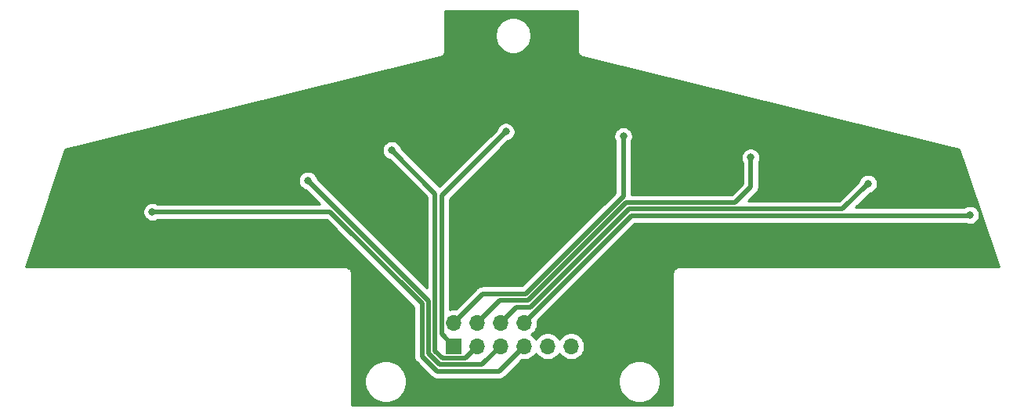
<source format=gbr>
%TF.GenerationSoftware,KiCad,Pcbnew,(5.1.9)-1*%
%TF.CreationDate,2021-05-13T01:41:10+02:00*%
%TF.ProjectId,CzujnikOdb,437a756a-6e69-46b4-9f64-622e6b696361,rev?*%
%TF.SameCoordinates,Original*%
%TF.FileFunction,Copper,L1,Top*%
%TF.FilePolarity,Positive*%
%FSLAX46Y46*%
G04 Gerber Fmt 4.6, Leading zero omitted, Abs format (unit mm)*
G04 Created by KiCad (PCBNEW (5.1.9)-1) date 2021-05-13 01:41:10*
%MOMM*%
%LPD*%
G01*
G04 APERTURE LIST*
%TA.AperFunction,ComponentPad*%
%ADD10R,1.700000X1.700000*%
%TD*%
%TA.AperFunction,ComponentPad*%
%ADD11O,1.700000X1.700000*%
%TD*%
%TA.AperFunction,ViaPad*%
%ADD12C,0.800000*%
%TD*%
%TA.AperFunction,Conductor*%
%ADD13C,0.500000*%
%TD*%
%TA.AperFunction,Conductor*%
%ADD14C,0.254000*%
%TD*%
%TA.AperFunction,Conductor*%
%ADD15C,0.100000*%
%TD*%
G04 APERTURE END LIST*
D10*
%TO.P,J1,1*%
%TO.N,Out4*%
X117120000Y-126190000D03*
D11*
%TO.P,J1,2*%
%TO.N,Out5*%
X117120000Y-123650000D03*
%TO.P,J1,3*%
%TO.N,Out3*%
X119660000Y-126190000D03*
%TO.P,J1,4*%
%TO.N,Out6*%
X119660000Y-123650000D03*
%TO.P,J1,5*%
%TO.N,Out2*%
X122200000Y-126190000D03*
%TO.P,J1,6*%
%TO.N,Out7*%
X122200000Y-123650000D03*
%TO.P,J1,7*%
%TO.N,Out1*%
X124740000Y-126190000D03*
%TO.P,J1,8*%
%TO.N,Out8*%
X124740000Y-123650000D03*
%TO.P,J1,9*%
%TO.N,+3V3*%
X127280000Y-126190000D03*
%TO.P,J1,10*%
%TO.N,GND*%
X127280000Y-123650000D03*
%TO.P,J1,11*%
%TO.N,+3V3*%
X129820000Y-126190000D03*
%TO.P,J1,12*%
%TO.N,GND*%
X129820000Y-123650000D03*
%TD*%
D12*
%TO.N,Out1*%
X84560000Y-111640000D03*
%TO.N,Out2*%
X101370000Y-108240000D03*
%TO.N,Out3*%
X110420000Y-104970000D03*
%TO.N,Out4*%
X122760000Y-102960000D03*
%TO.N,Out5*%
X135470000Y-103440000D03*
%TO.N,Out6*%
X149220000Y-105750000D03*
%TO.N,Out7*%
X161900000Y-108590000D03*
%TO.N,Out8*%
X172910000Y-111970000D03*
%TD*%
D13*
%TO.N,Out1*%
X122039979Y-128890021D02*
X115330093Y-128890021D01*
X115330093Y-128890021D02*
X113719969Y-127279897D01*
X124740000Y-126190000D02*
X122039979Y-128890021D01*
X113719969Y-127279897D02*
X113719969Y-121579931D01*
X103780038Y-111640000D02*
X84560000Y-111640000D01*
X113719969Y-121579931D02*
X103780038Y-111640000D01*
%TO.N,Out2*%
X115620046Y-128190011D02*
X114419979Y-126989944D01*
X120199989Y-128190011D02*
X115620046Y-128190011D01*
X122200000Y-126190000D02*
X120199989Y-128190011D01*
X114419979Y-126989944D02*
X114419979Y-121289979D01*
X114419979Y-121289979D02*
X101370000Y-108240000D01*
%TO.N,Out3*%
X115909999Y-127490001D02*
X115119989Y-126699991D01*
X118359999Y-127490001D02*
X115909999Y-127490001D01*
X119660000Y-126190000D02*
X118359999Y-127490001D01*
X115119989Y-109669989D02*
X110420000Y-104970000D01*
X115119989Y-126699991D02*
X115119989Y-109669989D01*
%TO.N,Out4*%
X115819999Y-109900001D02*
X122760000Y-102960000D01*
X115819999Y-124889999D02*
X115819999Y-109900001D01*
X117120000Y-126190000D02*
X115819999Y-124889999D01*
%TO.N,Out5*%
X117120000Y-123650000D02*
X120249967Y-120520033D01*
X120249967Y-120520033D02*
X121800004Y-120520033D01*
X121800004Y-120520033D02*
X124900079Y-120520033D01*
X124900079Y-120520033D02*
X135480141Y-109939970D01*
X135480141Y-103450141D02*
X135470000Y-103440000D01*
X135480141Y-109939970D02*
X135480141Y-103450141D01*
%TO.N,Out6*%
X119660000Y-123650000D02*
X122089957Y-121220043D01*
X125150043Y-121220043D02*
X125170000Y-121240000D01*
X122089957Y-121220043D02*
X125150043Y-121220043D01*
X125170075Y-121240000D02*
X135770094Y-110639980D01*
X125170000Y-121240000D02*
X125170075Y-121240000D01*
X135770094Y-110639980D02*
X147410000Y-110639980D01*
X147410000Y-110639980D02*
X147520020Y-110639980D01*
X149220000Y-108940000D02*
X149220000Y-105750000D01*
X147520020Y-110639980D02*
X149220000Y-108940000D01*
%TO.N,Out7*%
X122200000Y-123650000D02*
X123909981Y-121940019D01*
X123909981Y-121940019D02*
X125460019Y-121940019D01*
X125460019Y-121940019D02*
X136060047Y-111339990D01*
X159150010Y-111339990D02*
X161900000Y-108590000D01*
X136060047Y-111339990D02*
X159150010Y-111339990D01*
%TO.N,Out8*%
X124740000Y-123650000D02*
X136350000Y-112040000D01*
X172840000Y-112040000D02*
X172910000Y-111970000D01*
X136350000Y-112040000D02*
X172840000Y-112040000D01*
%TD*%
D14*
%TO.N,GND*%
X130510000Y-94162594D02*
X130507486Y-94180002D01*
X130510000Y-94227455D01*
X130510000Y-94242418D01*
X130511716Y-94259837D01*
X130514364Y-94309827D01*
X130518075Y-94324404D01*
X130519550Y-94339382D01*
X130534087Y-94387302D01*
X130546437Y-94435817D01*
X130552922Y-94449394D01*
X130557290Y-94463792D01*
X130580896Y-94507956D01*
X130602474Y-94553129D01*
X130611481Y-94565176D01*
X130618575Y-94578449D01*
X130650342Y-94617158D01*
X130680320Y-94657256D01*
X130691507Y-94667317D01*
X130701052Y-94678948D01*
X130739763Y-94710718D01*
X130776984Y-94744193D01*
X130789915Y-94751876D01*
X130801550Y-94761425D01*
X130845717Y-94785033D01*
X130888752Y-94810603D01*
X130902937Y-94815617D01*
X130916207Y-94822710D01*
X130964134Y-94837249D01*
X130980614Y-94843074D01*
X130995121Y-94846649D01*
X131040617Y-94860450D01*
X131058130Y-94862175D01*
X171769799Y-104894022D01*
X176032215Y-117590000D01*
X141482419Y-117590000D01*
X141450000Y-117586807D01*
X141417581Y-117590000D01*
X141320617Y-117599550D01*
X141196207Y-117637290D01*
X141081550Y-117698575D01*
X140981052Y-117781052D01*
X140898575Y-117881550D01*
X140837290Y-117996207D01*
X140799550Y-118120617D01*
X140786807Y-118250000D01*
X140790000Y-118282419D01*
X140790001Y-132540000D01*
X106110000Y-132540000D01*
X106110000Y-129774561D01*
X107511075Y-129774561D01*
X107511075Y-130225439D01*
X107599037Y-130667655D01*
X107771581Y-131084212D01*
X108022076Y-131459105D01*
X108340895Y-131777924D01*
X108715788Y-132028419D01*
X109132345Y-132200963D01*
X109574561Y-132288925D01*
X110025439Y-132288925D01*
X110467655Y-132200963D01*
X110884212Y-132028419D01*
X111259105Y-131777924D01*
X111577924Y-131459105D01*
X111828419Y-131084212D01*
X112000963Y-130667655D01*
X112088925Y-130225439D01*
X112088925Y-129774561D01*
X112000963Y-129332345D01*
X111828419Y-128915788D01*
X111577924Y-128540895D01*
X111259105Y-128222076D01*
X110884212Y-127971581D01*
X110467655Y-127799037D01*
X110025439Y-127711075D01*
X109574561Y-127711075D01*
X109132345Y-127799037D01*
X108715788Y-127971581D01*
X108340895Y-128222076D01*
X108022076Y-128540895D01*
X107771581Y-128915788D01*
X107599037Y-129332345D01*
X107511075Y-129774561D01*
X106110000Y-129774561D01*
X106110000Y-118282419D01*
X106113193Y-118250000D01*
X106100450Y-118120617D01*
X106062710Y-117996207D01*
X106001425Y-117881550D01*
X105918948Y-117781052D01*
X105818450Y-117698575D01*
X105703793Y-117637290D01*
X105579383Y-117599550D01*
X105482419Y-117590000D01*
X105450000Y-117586807D01*
X105417581Y-117590000D01*
X70867784Y-117590000D01*
X72899599Y-111538061D01*
X83525000Y-111538061D01*
X83525000Y-111741939D01*
X83564774Y-111941898D01*
X83642795Y-112130256D01*
X83756063Y-112299774D01*
X83900226Y-112443937D01*
X84069744Y-112557205D01*
X84258102Y-112635226D01*
X84458061Y-112675000D01*
X84661939Y-112675000D01*
X84861898Y-112635226D01*
X85050256Y-112557205D01*
X85098454Y-112525000D01*
X103413460Y-112525000D01*
X112834970Y-121946511D01*
X112834969Y-127236428D01*
X112830688Y-127279897D01*
X112834969Y-127323366D01*
X112834969Y-127323373D01*
X112847774Y-127453386D01*
X112898380Y-127620209D01*
X112980558Y-127773955D01*
X113091152Y-127908714D01*
X113124925Y-127936431D01*
X114673563Y-129485070D01*
X114701276Y-129518838D01*
X114735044Y-129546551D01*
X114735046Y-129546553D01*
X114736150Y-129547459D01*
X114836034Y-129629432D01*
X114989780Y-129711610D01*
X115156603Y-129762216D01*
X115286616Y-129775021D01*
X115286626Y-129775021D01*
X115330092Y-129779302D01*
X115373558Y-129775021D01*
X121996510Y-129775021D01*
X122039979Y-129779302D01*
X122083448Y-129775021D01*
X122083456Y-129775021D01*
X122088126Y-129774561D01*
X134911075Y-129774561D01*
X134911075Y-130225439D01*
X134999037Y-130667655D01*
X135171581Y-131084212D01*
X135422076Y-131459105D01*
X135740895Y-131777924D01*
X136115788Y-132028419D01*
X136532345Y-132200963D01*
X136974561Y-132288925D01*
X137425439Y-132288925D01*
X137867655Y-132200963D01*
X138284212Y-132028419D01*
X138659105Y-131777924D01*
X138977924Y-131459105D01*
X139228419Y-131084212D01*
X139400963Y-130667655D01*
X139488925Y-130225439D01*
X139488925Y-129774561D01*
X139400963Y-129332345D01*
X139228419Y-128915788D01*
X138977924Y-128540895D01*
X138659105Y-128222076D01*
X138284212Y-127971581D01*
X137867655Y-127799037D01*
X137425439Y-127711075D01*
X136974561Y-127711075D01*
X136532345Y-127799037D01*
X136115788Y-127971581D01*
X135740895Y-128222076D01*
X135422076Y-128540895D01*
X135171581Y-128915788D01*
X134999037Y-129332345D01*
X134911075Y-129774561D01*
X122088126Y-129774561D01*
X122213469Y-129762216D01*
X122380292Y-129711610D01*
X122534038Y-129629432D01*
X122668796Y-129518838D01*
X122696513Y-129485065D01*
X124521040Y-127660539D01*
X124593740Y-127675000D01*
X124886260Y-127675000D01*
X125173158Y-127617932D01*
X125443411Y-127505990D01*
X125686632Y-127343475D01*
X125893475Y-127136632D01*
X126010000Y-126962240D01*
X126126525Y-127136632D01*
X126333368Y-127343475D01*
X126576589Y-127505990D01*
X126846842Y-127617932D01*
X127133740Y-127675000D01*
X127426260Y-127675000D01*
X127713158Y-127617932D01*
X127983411Y-127505990D01*
X128226632Y-127343475D01*
X128433475Y-127136632D01*
X128550000Y-126962240D01*
X128666525Y-127136632D01*
X128873368Y-127343475D01*
X129116589Y-127505990D01*
X129386842Y-127617932D01*
X129673740Y-127675000D01*
X129966260Y-127675000D01*
X130253158Y-127617932D01*
X130523411Y-127505990D01*
X130766632Y-127343475D01*
X130973475Y-127136632D01*
X131135990Y-126893411D01*
X131247932Y-126623158D01*
X131305000Y-126336260D01*
X131305000Y-126043740D01*
X131247932Y-125756842D01*
X131135990Y-125486589D01*
X130973475Y-125243368D01*
X130766632Y-125036525D01*
X130523411Y-124874010D01*
X130253158Y-124762068D01*
X129966260Y-124705000D01*
X129673740Y-124705000D01*
X129386842Y-124762068D01*
X129116589Y-124874010D01*
X128873368Y-125036525D01*
X128666525Y-125243368D01*
X128550000Y-125417760D01*
X128433475Y-125243368D01*
X128226632Y-125036525D01*
X127983411Y-124874010D01*
X127713158Y-124762068D01*
X127426260Y-124705000D01*
X127133740Y-124705000D01*
X126846842Y-124762068D01*
X126576589Y-124874010D01*
X126333368Y-125036525D01*
X126126525Y-125243368D01*
X126010000Y-125417760D01*
X125893475Y-125243368D01*
X125686632Y-125036525D01*
X125512240Y-124920000D01*
X125686632Y-124803475D01*
X125893475Y-124596632D01*
X126055990Y-124353411D01*
X126167932Y-124083158D01*
X126225000Y-123796260D01*
X126225000Y-123503740D01*
X126210539Y-123431039D01*
X136716579Y-112925000D01*
X172510989Y-112925000D01*
X172608102Y-112965226D01*
X172808061Y-113005000D01*
X173011939Y-113005000D01*
X173211898Y-112965226D01*
X173400256Y-112887205D01*
X173569774Y-112773937D01*
X173713937Y-112629774D01*
X173827205Y-112460256D01*
X173905226Y-112271898D01*
X173945000Y-112071939D01*
X173945000Y-111868061D01*
X173905226Y-111668102D01*
X173827205Y-111479744D01*
X173713937Y-111310226D01*
X173569774Y-111166063D01*
X173400256Y-111052795D01*
X173211898Y-110974774D01*
X173011939Y-110935000D01*
X172808061Y-110935000D01*
X172608102Y-110974774D01*
X172419744Y-111052795D01*
X172266783Y-111155000D01*
X160586578Y-111155000D01*
X162145044Y-109596535D01*
X162201898Y-109585226D01*
X162390256Y-109507205D01*
X162559774Y-109393937D01*
X162703937Y-109249774D01*
X162817205Y-109080256D01*
X162895226Y-108891898D01*
X162935000Y-108691939D01*
X162935000Y-108488061D01*
X162895226Y-108288102D01*
X162817205Y-108099744D01*
X162703937Y-107930226D01*
X162559774Y-107786063D01*
X162390256Y-107672795D01*
X162201898Y-107594774D01*
X162001939Y-107555000D01*
X161798061Y-107555000D01*
X161598102Y-107594774D01*
X161409744Y-107672795D01*
X161240226Y-107786063D01*
X161096063Y-107930226D01*
X160982795Y-108099744D01*
X160904774Y-108288102D01*
X160893465Y-108344956D01*
X158783432Y-110454990D01*
X148956588Y-110454990D01*
X149815050Y-109596529D01*
X149848817Y-109568817D01*
X149908168Y-109496499D01*
X149959411Y-109434059D01*
X150015204Y-109329676D01*
X150041589Y-109280313D01*
X150092195Y-109113490D01*
X150105000Y-108983477D01*
X150105000Y-108983469D01*
X150109281Y-108940000D01*
X150105000Y-108896531D01*
X150105000Y-106288454D01*
X150137205Y-106240256D01*
X150215226Y-106051898D01*
X150255000Y-105851939D01*
X150255000Y-105648061D01*
X150215226Y-105448102D01*
X150137205Y-105259744D01*
X150023937Y-105090226D01*
X149879774Y-104946063D01*
X149710256Y-104832795D01*
X149521898Y-104754774D01*
X149321939Y-104715000D01*
X149118061Y-104715000D01*
X148918102Y-104754774D01*
X148729744Y-104832795D01*
X148560226Y-104946063D01*
X148416063Y-105090226D01*
X148302795Y-105259744D01*
X148224774Y-105448102D01*
X148185000Y-105648061D01*
X148185000Y-105851939D01*
X148224774Y-106051898D01*
X148302795Y-106240256D01*
X148335001Y-106288456D01*
X148335000Y-108573421D01*
X147153442Y-109754980D01*
X136365141Y-109754980D01*
X136365141Y-103963277D01*
X136387205Y-103930256D01*
X136465226Y-103741898D01*
X136505000Y-103541939D01*
X136505000Y-103338061D01*
X136465226Y-103138102D01*
X136387205Y-102949744D01*
X136273937Y-102780226D01*
X136129774Y-102636063D01*
X135960256Y-102522795D01*
X135771898Y-102444774D01*
X135571939Y-102405000D01*
X135368061Y-102405000D01*
X135168102Y-102444774D01*
X134979744Y-102522795D01*
X134810226Y-102636063D01*
X134666063Y-102780226D01*
X134552795Y-102949744D01*
X134474774Y-103138102D01*
X134435000Y-103338061D01*
X134435000Y-103541939D01*
X134474774Y-103741898D01*
X134552795Y-103930256D01*
X134595142Y-103993633D01*
X134595141Y-109573391D01*
X124533501Y-119635033D01*
X120293436Y-119635033D01*
X120249967Y-119630752D01*
X120206498Y-119635033D01*
X120206490Y-119635033D01*
X120076477Y-119647838D01*
X119909654Y-119698444D01*
X119755908Y-119780622D01*
X119654920Y-119863501D01*
X119654918Y-119863503D01*
X119621150Y-119891216D01*
X119593437Y-119924984D01*
X117338961Y-122179461D01*
X117266260Y-122165000D01*
X116973740Y-122165000D01*
X116704999Y-122218456D01*
X116704999Y-110266579D01*
X123005044Y-103966535D01*
X123061898Y-103955226D01*
X123250256Y-103877205D01*
X123419774Y-103763937D01*
X123563937Y-103619774D01*
X123677205Y-103450256D01*
X123755226Y-103261898D01*
X123795000Y-103061939D01*
X123795000Y-102858061D01*
X123755226Y-102658102D01*
X123677205Y-102469744D01*
X123563937Y-102300226D01*
X123419774Y-102156063D01*
X123250256Y-102042795D01*
X123061898Y-101964774D01*
X122861939Y-101925000D01*
X122658061Y-101925000D01*
X122458102Y-101964774D01*
X122269744Y-102042795D01*
X122100226Y-102156063D01*
X121956063Y-102300226D01*
X121842795Y-102469744D01*
X121764774Y-102658102D01*
X121753465Y-102714956D01*
X115585000Y-108883421D01*
X111426535Y-104724957D01*
X111415226Y-104668102D01*
X111337205Y-104479744D01*
X111223937Y-104310226D01*
X111079774Y-104166063D01*
X110910256Y-104052795D01*
X110721898Y-103974774D01*
X110521939Y-103935000D01*
X110318061Y-103935000D01*
X110118102Y-103974774D01*
X109929744Y-104052795D01*
X109760226Y-104166063D01*
X109616063Y-104310226D01*
X109502795Y-104479744D01*
X109424774Y-104668102D01*
X109385000Y-104868061D01*
X109385000Y-105071939D01*
X109424774Y-105271898D01*
X109502795Y-105460256D01*
X109616063Y-105629774D01*
X109760226Y-105773937D01*
X109929744Y-105887205D01*
X110118102Y-105965226D01*
X110174957Y-105976535D01*
X114234990Y-110036569D01*
X114234989Y-119853410D01*
X102376535Y-107994957D01*
X102365226Y-107938102D01*
X102287205Y-107749744D01*
X102173937Y-107580226D01*
X102029774Y-107436063D01*
X101860256Y-107322795D01*
X101671898Y-107244774D01*
X101471939Y-107205000D01*
X101268061Y-107205000D01*
X101068102Y-107244774D01*
X100879744Y-107322795D01*
X100710226Y-107436063D01*
X100566063Y-107580226D01*
X100452795Y-107749744D01*
X100374774Y-107938102D01*
X100335000Y-108138061D01*
X100335000Y-108341939D01*
X100374774Y-108541898D01*
X100452795Y-108730256D01*
X100566063Y-108899774D01*
X100710226Y-109043937D01*
X100879744Y-109157205D01*
X101068102Y-109235226D01*
X101124957Y-109246535D01*
X102633422Y-110755000D01*
X85098454Y-110755000D01*
X85050256Y-110722795D01*
X84861898Y-110644774D01*
X84661939Y-110605000D01*
X84458061Y-110605000D01*
X84258102Y-110644774D01*
X84069744Y-110722795D01*
X83900226Y-110836063D01*
X83756063Y-110980226D01*
X83642795Y-111149744D01*
X83564774Y-111338102D01*
X83525000Y-111538061D01*
X72899599Y-111538061D01*
X75130230Y-104893934D01*
X115641951Y-94902167D01*
X115659382Y-94900450D01*
X115704916Y-94886637D01*
X115719521Y-94883035D01*
X115735966Y-94877218D01*
X115783792Y-94862710D01*
X115797115Y-94855589D01*
X115811377Y-94850544D01*
X115854376Y-94824983D01*
X115898449Y-94801425D01*
X115910132Y-94791837D01*
X115923130Y-94784110D01*
X115960303Y-94750663D01*
X115998948Y-94718948D01*
X116008538Y-94707263D01*
X116019775Y-94697152D01*
X116049700Y-94657107D01*
X116081425Y-94618450D01*
X116088553Y-94605114D01*
X116097599Y-94593009D01*
X116119136Y-94547898D01*
X116142710Y-94503793D01*
X116147099Y-94489326D01*
X116153611Y-94475685D01*
X116165932Y-94427240D01*
X116180450Y-94379383D01*
X116181932Y-94364333D01*
X116185657Y-94349688D01*
X116188290Y-94299777D01*
X116190000Y-94282419D01*
X116190000Y-94267375D01*
X116192507Y-94219860D01*
X116190000Y-94202527D01*
X116190000Y-92345550D01*
X121585713Y-92345550D01*
X121585713Y-92734450D01*
X121661583Y-93115878D01*
X121810409Y-93475176D01*
X122026471Y-93798535D01*
X122301465Y-94073529D01*
X122624824Y-94289591D01*
X122984122Y-94438417D01*
X123365550Y-94514287D01*
X123754450Y-94514287D01*
X124135878Y-94438417D01*
X124495176Y-94289591D01*
X124818535Y-94073529D01*
X125093529Y-93798535D01*
X125309591Y-93475176D01*
X125458417Y-93115878D01*
X125534287Y-92734450D01*
X125534287Y-92345550D01*
X125458417Y-91964122D01*
X125309591Y-91604824D01*
X125093529Y-91281465D01*
X124818535Y-91006471D01*
X124495176Y-90790409D01*
X124135878Y-90641583D01*
X123754450Y-90565713D01*
X123365550Y-90565713D01*
X122984122Y-90641583D01*
X122624824Y-90790409D01*
X122301465Y-91006471D01*
X122026471Y-91281465D01*
X121810409Y-91604824D01*
X121661583Y-91964122D01*
X121585713Y-92345550D01*
X116190000Y-92345550D01*
X116190000Y-89860000D01*
X130510001Y-89860000D01*
X130510000Y-94162594D01*
%TA.AperFunction,Conductor*%
D15*
G36*
X130510000Y-94162594D02*
G01*
X130507486Y-94180002D01*
X130510000Y-94227455D01*
X130510000Y-94242418D01*
X130511716Y-94259837D01*
X130514364Y-94309827D01*
X130518075Y-94324404D01*
X130519550Y-94339382D01*
X130534087Y-94387302D01*
X130546437Y-94435817D01*
X130552922Y-94449394D01*
X130557290Y-94463792D01*
X130580896Y-94507956D01*
X130602474Y-94553129D01*
X130611481Y-94565176D01*
X130618575Y-94578449D01*
X130650342Y-94617158D01*
X130680320Y-94657256D01*
X130691507Y-94667317D01*
X130701052Y-94678948D01*
X130739763Y-94710718D01*
X130776984Y-94744193D01*
X130789915Y-94751876D01*
X130801550Y-94761425D01*
X130845717Y-94785033D01*
X130888752Y-94810603D01*
X130902937Y-94815617D01*
X130916207Y-94822710D01*
X130964134Y-94837249D01*
X130980614Y-94843074D01*
X130995121Y-94846649D01*
X131040617Y-94860450D01*
X131058130Y-94862175D01*
X171769799Y-104894022D01*
X176032215Y-117590000D01*
X141482419Y-117590000D01*
X141450000Y-117586807D01*
X141417581Y-117590000D01*
X141320617Y-117599550D01*
X141196207Y-117637290D01*
X141081550Y-117698575D01*
X140981052Y-117781052D01*
X140898575Y-117881550D01*
X140837290Y-117996207D01*
X140799550Y-118120617D01*
X140786807Y-118250000D01*
X140790000Y-118282419D01*
X140790001Y-132540000D01*
X106110000Y-132540000D01*
X106110000Y-129774561D01*
X107511075Y-129774561D01*
X107511075Y-130225439D01*
X107599037Y-130667655D01*
X107771581Y-131084212D01*
X108022076Y-131459105D01*
X108340895Y-131777924D01*
X108715788Y-132028419D01*
X109132345Y-132200963D01*
X109574561Y-132288925D01*
X110025439Y-132288925D01*
X110467655Y-132200963D01*
X110884212Y-132028419D01*
X111259105Y-131777924D01*
X111577924Y-131459105D01*
X111828419Y-131084212D01*
X112000963Y-130667655D01*
X112088925Y-130225439D01*
X112088925Y-129774561D01*
X112000963Y-129332345D01*
X111828419Y-128915788D01*
X111577924Y-128540895D01*
X111259105Y-128222076D01*
X110884212Y-127971581D01*
X110467655Y-127799037D01*
X110025439Y-127711075D01*
X109574561Y-127711075D01*
X109132345Y-127799037D01*
X108715788Y-127971581D01*
X108340895Y-128222076D01*
X108022076Y-128540895D01*
X107771581Y-128915788D01*
X107599037Y-129332345D01*
X107511075Y-129774561D01*
X106110000Y-129774561D01*
X106110000Y-118282419D01*
X106113193Y-118250000D01*
X106100450Y-118120617D01*
X106062710Y-117996207D01*
X106001425Y-117881550D01*
X105918948Y-117781052D01*
X105818450Y-117698575D01*
X105703793Y-117637290D01*
X105579383Y-117599550D01*
X105482419Y-117590000D01*
X105450000Y-117586807D01*
X105417581Y-117590000D01*
X70867784Y-117590000D01*
X72899599Y-111538061D01*
X83525000Y-111538061D01*
X83525000Y-111741939D01*
X83564774Y-111941898D01*
X83642795Y-112130256D01*
X83756063Y-112299774D01*
X83900226Y-112443937D01*
X84069744Y-112557205D01*
X84258102Y-112635226D01*
X84458061Y-112675000D01*
X84661939Y-112675000D01*
X84861898Y-112635226D01*
X85050256Y-112557205D01*
X85098454Y-112525000D01*
X103413460Y-112525000D01*
X112834970Y-121946511D01*
X112834969Y-127236428D01*
X112830688Y-127279897D01*
X112834969Y-127323366D01*
X112834969Y-127323373D01*
X112847774Y-127453386D01*
X112898380Y-127620209D01*
X112980558Y-127773955D01*
X113091152Y-127908714D01*
X113124925Y-127936431D01*
X114673563Y-129485070D01*
X114701276Y-129518838D01*
X114735044Y-129546551D01*
X114735046Y-129546553D01*
X114736150Y-129547459D01*
X114836034Y-129629432D01*
X114989780Y-129711610D01*
X115156603Y-129762216D01*
X115286616Y-129775021D01*
X115286626Y-129775021D01*
X115330092Y-129779302D01*
X115373558Y-129775021D01*
X121996510Y-129775021D01*
X122039979Y-129779302D01*
X122083448Y-129775021D01*
X122083456Y-129775021D01*
X122088126Y-129774561D01*
X134911075Y-129774561D01*
X134911075Y-130225439D01*
X134999037Y-130667655D01*
X135171581Y-131084212D01*
X135422076Y-131459105D01*
X135740895Y-131777924D01*
X136115788Y-132028419D01*
X136532345Y-132200963D01*
X136974561Y-132288925D01*
X137425439Y-132288925D01*
X137867655Y-132200963D01*
X138284212Y-132028419D01*
X138659105Y-131777924D01*
X138977924Y-131459105D01*
X139228419Y-131084212D01*
X139400963Y-130667655D01*
X139488925Y-130225439D01*
X139488925Y-129774561D01*
X139400963Y-129332345D01*
X139228419Y-128915788D01*
X138977924Y-128540895D01*
X138659105Y-128222076D01*
X138284212Y-127971581D01*
X137867655Y-127799037D01*
X137425439Y-127711075D01*
X136974561Y-127711075D01*
X136532345Y-127799037D01*
X136115788Y-127971581D01*
X135740895Y-128222076D01*
X135422076Y-128540895D01*
X135171581Y-128915788D01*
X134999037Y-129332345D01*
X134911075Y-129774561D01*
X122088126Y-129774561D01*
X122213469Y-129762216D01*
X122380292Y-129711610D01*
X122534038Y-129629432D01*
X122668796Y-129518838D01*
X122696513Y-129485065D01*
X124521040Y-127660539D01*
X124593740Y-127675000D01*
X124886260Y-127675000D01*
X125173158Y-127617932D01*
X125443411Y-127505990D01*
X125686632Y-127343475D01*
X125893475Y-127136632D01*
X126010000Y-126962240D01*
X126126525Y-127136632D01*
X126333368Y-127343475D01*
X126576589Y-127505990D01*
X126846842Y-127617932D01*
X127133740Y-127675000D01*
X127426260Y-127675000D01*
X127713158Y-127617932D01*
X127983411Y-127505990D01*
X128226632Y-127343475D01*
X128433475Y-127136632D01*
X128550000Y-126962240D01*
X128666525Y-127136632D01*
X128873368Y-127343475D01*
X129116589Y-127505990D01*
X129386842Y-127617932D01*
X129673740Y-127675000D01*
X129966260Y-127675000D01*
X130253158Y-127617932D01*
X130523411Y-127505990D01*
X130766632Y-127343475D01*
X130973475Y-127136632D01*
X131135990Y-126893411D01*
X131247932Y-126623158D01*
X131305000Y-126336260D01*
X131305000Y-126043740D01*
X131247932Y-125756842D01*
X131135990Y-125486589D01*
X130973475Y-125243368D01*
X130766632Y-125036525D01*
X130523411Y-124874010D01*
X130253158Y-124762068D01*
X129966260Y-124705000D01*
X129673740Y-124705000D01*
X129386842Y-124762068D01*
X129116589Y-124874010D01*
X128873368Y-125036525D01*
X128666525Y-125243368D01*
X128550000Y-125417760D01*
X128433475Y-125243368D01*
X128226632Y-125036525D01*
X127983411Y-124874010D01*
X127713158Y-124762068D01*
X127426260Y-124705000D01*
X127133740Y-124705000D01*
X126846842Y-124762068D01*
X126576589Y-124874010D01*
X126333368Y-125036525D01*
X126126525Y-125243368D01*
X126010000Y-125417760D01*
X125893475Y-125243368D01*
X125686632Y-125036525D01*
X125512240Y-124920000D01*
X125686632Y-124803475D01*
X125893475Y-124596632D01*
X126055990Y-124353411D01*
X126167932Y-124083158D01*
X126225000Y-123796260D01*
X126225000Y-123503740D01*
X126210539Y-123431039D01*
X136716579Y-112925000D01*
X172510989Y-112925000D01*
X172608102Y-112965226D01*
X172808061Y-113005000D01*
X173011939Y-113005000D01*
X173211898Y-112965226D01*
X173400256Y-112887205D01*
X173569774Y-112773937D01*
X173713937Y-112629774D01*
X173827205Y-112460256D01*
X173905226Y-112271898D01*
X173945000Y-112071939D01*
X173945000Y-111868061D01*
X173905226Y-111668102D01*
X173827205Y-111479744D01*
X173713937Y-111310226D01*
X173569774Y-111166063D01*
X173400256Y-111052795D01*
X173211898Y-110974774D01*
X173011939Y-110935000D01*
X172808061Y-110935000D01*
X172608102Y-110974774D01*
X172419744Y-111052795D01*
X172266783Y-111155000D01*
X160586578Y-111155000D01*
X162145044Y-109596535D01*
X162201898Y-109585226D01*
X162390256Y-109507205D01*
X162559774Y-109393937D01*
X162703937Y-109249774D01*
X162817205Y-109080256D01*
X162895226Y-108891898D01*
X162935000Y-108691939D01*
X162935000Y-108488061D01*
X162895226Y-108288102D01*
X162817205Y-108099744D01*
X162703937Y-107930226D01*
X162559774Y-107786063D01*
X162390256Y-107672795D01*
X162201898Y-107594774D01*
X162001939Y-107555000D01*
X161798061Y-107555000D01*
X161598102Y-107594774D01*
X161409744Y-107672795D01*
X161240226Y-107786063D01*
X161096063Y-107930226D01*
X160982795Y-108099744D01*
X160904774Y-108288102D01*
X160893465Y-108344956D01*
X158783432Y-110454990D01*
X148956588Y-110454990D01*
X149815050Y-109596529D01*
X149848817Y-109568817D01*
X149908168Y-109496499D01*
X149959411Y-109434059D01*
X150015204Y-109329676D01*
X150041589Y-109280313D01*
X150092195Y-109113490D01*
X150105000Y-108983477D01*
X150105000Y-108983469D01*
X150109281Y-108940000D01*
X150105000Y-108896531D01*
X150105000Y-106288454D01*
X150137205Y-106240256D01*
X150215226Y-106051898D01*
X150255000Y-105851939D01*
X150255000Y-105648061D01*
X150215226Y-105448102D01*
X150137205Y-105259744D01*
X150023937Y-105090226D01*
X149879774Y-104946063D01*
X149710256Y-104832795D01*
X149521898Y-104754774D01*
X149321939Y-104715000D01*
X149118061Y-104715000D01*
X148918102Y-104754774D01*
X148729744Y-104832795D01*
X148560226Y-104946063D01*
X148416063Y-105090226D01*
X148302795Y-105259744D01*
X148224774Y-105448102D01*
X148185000Y-105648061D01*
X148185000Y-105851939D01*
X148224774Y-106051898D01*
X148302795Y-106240256D01*
X148335001Y-106288456D01*
X148335000Y-108573421D01*
X147153442Y-109754980D01*
X136365141Y-109754980D01*
X136365141Y-103963277D01*
X136387205Y-103930256D01*
X136465226Y-103741898D01*
X136505000Y-103541939D01*
X136505000Y-103338061D01*
X136465226Y-103138102D01*
X136387205Y-102949744D01*
X136273937Y-102780226D01*
X136129774Y-102636063D01*
X135960256Y-102522795D01*
X135771898Y-102444774D01*
X135571939Y-102405000D01*
X135368061Y-102405000D01*
X135168102Y-102444774D01*
X134979744Y-102522795D01*
X134810226Y-102636063D01*
X134666063Y-102780226D01*
X134552795Y-102949744D01*
X134474774Y-103138102D01*
X134435000Y-103338061D01*
X134435000Y-103541939D01*
X134474774Y-103741898D01*
X134552795Y-103930256D01*
X134595142Y-103993633D01*
X134595141Y-109573391D01*
X124533501Y-119635033D01*
X120293436Y-119635033D01*
X120249967Y-119630752D01*
X120206498Y-119635033D01*
X120206490Y-119635033D01*
X120076477Y-119647838D01*
X119909654Y-119698444D01*
X119755908Y-119780622D01*
X119654920Y-119863501D01*
X119654918Y-119863503D01*
X119621150Y-119891216D01*
X119593437Y-119924984D01*
X117338961Y-122179461D01*
X117266260Y-122165000D01*
X116973740Y-122165000D01*
X116704999Y-122218456D01*
X116704999Y-110266579D01*
X123005044Y-103966535D01*
X123061898Y-103955226D01*
X123250256Y-103877205D01*
X123419774Y-103763937D01*
X123563937Y-103619774D01*
X123677205Y-103450256D01*
X123755226Y-103261898D01*
X123795000Y-103061939D01*
X123795000Y-102858061D01*
X123755226Y-102658102D01*
X123677205Y-102469744D01*
X123563937Y-102300226D01*
X123419774Y-102156063D01*
X123250256Y-102042795D01*
X123061898Y-101964774D01*
X122861939Y-101925000D01*
X122658061Y-101925000D01*
X122458102Y-101964774D01*
X122269744Y-102042795D01*
X122100226Y-102156063D01*
X121956063Y-102300226D01*
X121842795Y-102469744D01*
X121764774Y-102658102D01*
X121753465Y-102714956D01*
X115585000Y-108883421D01*
X111426535Y-104724957D01*
X111415226Y-104668102D01*
X111337205Y-104479744D01*
X111223937Y-104310226D01*
X111079774Y-104166063D01*
X110910256Y-104052795D01*
X110721898Y-103974774D01*
X110521939Y-103935000D01*
X110318061Y-103935000D01*
X110118102Y-103974774D01*
X109929744Y-104052795D01*
X109760226Y-104166063D01*
X109616063Y-104310226D01*
X109502795Y-104479744D01*
X109424774Y-104668102D01*
X109385000Y-104868061D01*
X109385000Y-105071939D01*
X109424774Y-105271898D01*
X109502795Y-105460256D01*
X109616063Y-105629774D01*
X109760226Y-105773937D01*
X109929744Y-105887205D01*
X110118102Y-105965226D01*
X110174957Y-105976535D01*
X114234990Y-110036569D01*
X114234989Y-119853410D01*
X102376535Y-107994957D01*
X102365226Y-107938102D01*
X102287205Y-107749744D01*
X102173937Y-107580226D01*
X102029774Y-107436063D01*
X101860256Y-107322795D01*
X101671898Y-107244774D01*
X101471939Y-107205000D01*
X101268061Y-107205000D01*
X101068102Y-107244774D01*
X100879744Y-107322795D01*
X100710226Y-107436063D01*
X100566063Y-107580226D01*
X100452795Y-107749744D01*
X100374774Y-107938102D01*
X100335000Y-108138061D01*
X100335000Y-108341939D01*
X100374774Y-108541898D01*
X100452795Y-108730256D01*
X100566063Y-108899774D01*
X100710226Y-109043937D01*
X100879744Y-109157205D01*
X101068102Y-109235226D01*
X101124957Y-109246535D01*
X102633422Y-110755000D01*
X85098454Y-110755000D01*
X85050256Y-110722795D01*
X84861898Y-110644774D01*
X84661939Y-110605000D01*
X84458061Y-110605000D01*
X84258102Y-110644774D01*
X84069744Y-110722795D01*
X83900226Y-110836063D01*
X83756063Y-110980226D01*
X83642795Y-111149744D01*
X83564774Y-111338102D01*
X83525000Y-111538061D01*
X72899599Y-111538061D01*
X75130230Y-104893934D01*
X115641951Y-94902167D01*
X115659382Y-94900450D01*
X115704916Y-94886637D01*
X115719521Y-94883035D01*
X115735966Y-94877218D01*
X115783792Y-94862710D01*
X115797115Y-94855589D01*
X115811377Y-94850544D01*
X115854376Y-94824983D01*
X115898449Y-94801425D01*
X115910132Y-94791837D01*
X115923130Y-94784110D01*
X115960303Y-94750663D01*
X115998948Y-94718948D01*
X116008538Y-94707263D01*
X116019775Y-94697152D01*
X116049700Y-94657107D01*
X116081425Y-94618450D01*
X116088553Y-94605114D01*
X116097599Y-94593009D01*
X116119136Y-94547898D01*
X116142710Y-94503793D01*
X116147099Y-94489326D01*
X116153611Y-94475685D01*
X116165932Y-94427240D01*
X116180450Y-94379383D01*
X116181932Y-94364333D01*
X116185657Y-94349688D01*
X116188290Y-94299777D01*
X116190000Y-94282419D01*
X116190000Y-94267375D01*
X116192507Y-94219860D01*
X116190000Y-94202527D01*
X116190000Y-92345550D01*
X121585713Y-92345550D01*
X121585713Y-92734450D01*
X121661583Y-93115878D01*
X121810409Y-93475176D01*
X122026471Y-93798535D01*
X122301465Y-94073529D01*
X122624824Y-94289591D01*
X122984122Y-94438417D01*
X123365550Y-94514287D01*
X123754450Y-94514287D01*
X124135878Y-94438417D01*
X124495176Y-94289591D01*
X124818535Y-94073529D01*
X125093529Y-93798535D01*
X125309591Y-93475176D01*
X125458417Y-93115878D01*
X125534287Y-92734450D01*
X125534287Y-92345550D01*
X125458417Y-91964122D01*
X125309591Y-91604824D01*
X125093529Y-91281465D01*
X124818535Y-91006471D01*
X124495176Y-90790409D01*
X124135878Y-90641583D01*
X123754450Y-90565713D01*
X123365550Y-90565713D01*
X122984122Y-90641583D01*
X122624824Y-90790409D01*
X122301465Y-91006471D01*
X122026471Y-91281465D01*
X121810409Y-91604824D01*
X121661583Y-91964122D01*
X121585713Y-92345550D01*
X116190000Y-92345550D01*
X116190000Y-89860000D01*
X130510001Y-89860000D01*
X130510000Y-94162594D01*
G37*
%TD.AperFunction*%
%TD*%
M02*

</source>
